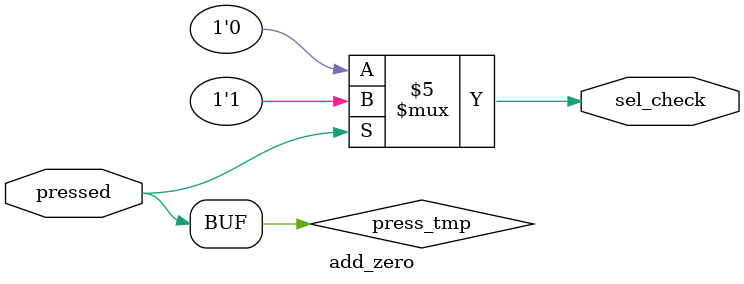
<source format=v>
`timescale 1ns / 1ps
module add_zero(	pressed,sel_check
    );
//input clk;	 
//input sel_add;
input pressed;
/*input [3:0]tmp;
output [3:0]a_tmp;*/
output sel_check;
reg sel_check;	 
/*reg sel_add_next;	 
reg [3:0]a_tmp;*/
reg press_tmp;
always@(*)
begin
press_tmp<=pressed;
end
/*always@(posedge clk)
begin
	sel_add_next<=sel_add;
end*/

/*always@(sel_add or sel_add_next)
begin
if (sel_add!=sel_add_next)
	begin
	a_tmp<=4'd0;
	end
else
	begin 
	a_tmp<=tmp;
	end
end*/ 

always@(*)
begin
if(press_tmp==1) sel_check<=1;
else	sel_check<=0;
end

endmodule

</source>
